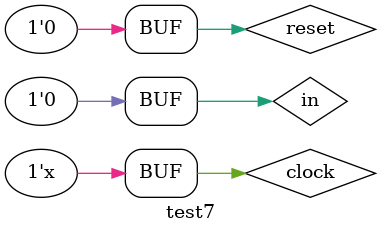
<source format=v>
module test7; 

reg clock, reset, in;
wire out;

  my_fsm U0 ( 
  .clock (clock),
  .reset (reset),
  .in    (in),
  .out  (out) 
  ); 
   
 
initial begin
  clock = 1;
  reset = 1;
  in = 0;
  $display("Starting simulation...");
  #2;
  reset = 0;
  #2;
  if (out !== 1'b0) $display("Failed 1"); 
  
  in = 0;
  #2;
  if (out !== 1'b0) $display("Failed 2");
  
  in = 1;  
  #2;
  if (out !== 1'b0) $display("Failed 3");
  
  in = 1;
  #2;
  if (out !== 1'b0) $display("Failed 4"); 
  
  in = 0;
  #2;
  if (out !== 1'b1) $display("Failed 5"); 
  
  #2; 
  if (out !== 1'b0) $display("Failed 6");  
  $display("Done...");
end 
  

always begin
   #1 clock = !clock;
end
   
endmodule
</source>
